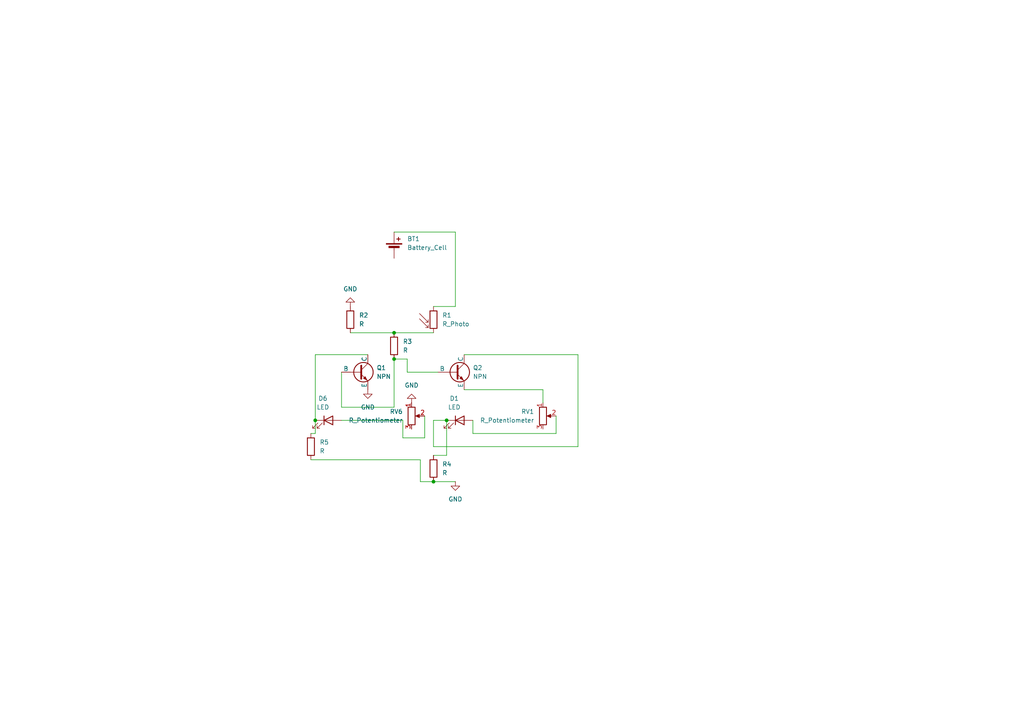
<source format=kicad_sch>
(kicad_sch (version 20250114) (generator "eeschema") (generator_version "9.0")
  (paper "A4")
  (lib_symbols
    (symbol "Device:Battery_Cell" (pin_numbers (hide yes)) (pin_names (offset 0) (hide yes))
      (property "Reference" "BT" (at 2.54 2.54 0))
      (property "Value" "Battery_Cell" (at 2.54 0 0))
      (symbol "Battery_Cell_0_1"
        (rectangle (start -2.286 1.778) (end 2.286 1.524) (fill (type outline)))
        (rectangle (start -1.524 1.016) (end 1.524 0.508) (fill (type outline)))
        (polyline (pts (xy 0 1.778) (xy 0 2.54)))
        (polyline (pts (xy 0 0.762) (xy 0 0)))
        (polyline (pts (xy 0.762 3.048) (xy 1.778 3.048)) (stroke (width 0.254)))
        (polyline (pts (xy 1.27 3.556) (xy 1.27 2.54)) (stroke (width 0.254)))
      )
      (symbol "Battery_Cell_1_1"
        (pin passive line (at 0 5.08 270) (length 2.54) (name "+") (number "1"))
        (pin passive line (at 0 -2.54 90) (length 2.54) (name "-") (number "2"))
      )
    )
    (symbol "Device:LED" (pin_numbers (hide yes)) (pin_names (offset 1.016) (hide yes))
      (property "Reference" "D" (at 0 2.54 0))
      (property "Value" "LED" (at 0 -2.54 0))
      (symbol "LED_0_1"
        (polyline (pts (xy -3.048 -0.762) (xy -4.572 -2.286) (xy -3.81 -2.286) (xy -4.572 -2.286) (xy -4.572 -1.524)))
        (polyline (pts (xy -1.778 -0.762) (xy -3.302 -2.286) (xy -2.54 -2.286) (xy -3.302 -2.286) (xy -3.302 -1.524)))
        (polyline (pts (xy -1.27 0) (xy 1.27 0)))
        (polyline (pts (xy -1.27 -1.27) (xy -1.27 1.27)) (stroke (width 0.254)))
        (polyline (pts (xy 1.27 -1.27) (xy 1.27 1.27) (xy -1.27 0) (xy 1.27 -1.27)) (stroke (width 0.254)))
      )
      (symbol "LED_1_1"
        (pin passive line (at -3.81 0 0) (length 2.54) (name "K") (number "1"))
        (pin passive line (at 3.81 0 180) (length 2.54) (name "A") (number "2"))
      )
    )
    (symbol "Device:R" (pin_numbers (hide yes)) (pin_names (offset 0))
      (property "Reference" "R" (at 2.032 0 90))
      (property "Value" "R" (at 0 0 90))
      (symbol "R_0_1"
        (rectangle (start -1.016 -2.54) (end 1.016 2.54) (stroke (width 0.254)))
      )
      (symbol "R_1_1"
        (pin passive line (at 0 3.81 270) (length 1.27) (name "~") (number "1"))
        (pin passive line (at 0 -3.81 90) (length 1.27) (name "~") (number "2"))
      )
    )
    (symbol "Device:R_Photo" (pin_numbers (hide yes)) (pin_names (offset 0))
      (property "Reference" "R" (at 1.27 1.27 0))
      (property "Value" "R_Photo" (at 1.27 0 0))
      (symbol "R_Photo_0_1"
        (polyline (pts (xy -1.524 -0.762) (xy -4.064 1.778)))
        (polyline (pts (xy -1.524 -0.762) (xy -2.286 -0.762)))
        (polyline (pts (xy -1.524 -0.762) (xy -1.524 0)))
        (polyline (pts (xy -1.524 -2.286) (xy -4.064 0.254)))
        (polyline (pts (xy -1.524 -2.286) (xy -2.286 -2.286)))
        (polyline (pts (xy -1.524 -2.286) (xy -1.524 -1.524)))
        (rectangle (start -1.016 2.54) (end 1.016 -2.54) (stroke (width 0.254)))
      )
      (symbol "R_Photo_1_1"
        (pin passive line (at 0 3.81 270) (length 1.27) (name "~") (number "1"))
        (pin passive line (at 0 -3.81 90) (length 1.27) (name "~") (number "2"))
      )
    )
    (symbol "Device:R_Potentiometer" (pin_names (offset 1.016) (hide yes))
      (property "Reference" "RV" (at -4.445 0 90))
      (property "Value" "R_Potentiometer" (at -2.54 0 90))
      (symbol "R_Potentiometer_0_1"
        (rectangle (start 1.016 2.54) (end -1.016 -2.54) (stroke (width 0.254)))
        (polyline (pts (xy 1.143 0) (xy 2.286 0.508) (xy 2.286 -0.508) (xy 1.143 0)) (fill (type outline)))
        (polyline (pts (xy 2.54 0) (xy 1.524 0)))
      )
      (symbol "R_Potentiometer_1_1"
        (pin passive line (at 0 3.81 270) (length 1.27) (name "1") (number "1"))
        (pin passive line (at 0 -3.81 90) (length 1.27) (name "3") (number "3"))
        (pin passive line (at 3.81 0 180) (length 1.27) (name "2") (number "2"))
      )
    )
    (symbol "Simulation_SPICE:NPN" (pin_numbers (hide yes)) (pin_names (offset 0))
      (property "Reference" "Q" (at -2.54 7.62 0))
      (property "Value" "NPN" (at -2.54 5.08 0))
      (symbol "NPN_0_1"
        (polyline (pts (xy -2.54 0) (xy 0.635 0)) (stroke (width 0.1524)))
        (polyline (pts (xy 0.635 1.905) (xy 0.635 -1.905) (xy 0.635 -1.905)) (stroke (width 0.508)))
        (polyline (pts (xy 0.635 0.635) (xy 2.54 2.54)))
        (polyline (pts (xy 0.635 -0.635) (xy 2.54 -2.54) (xy 2.54 -2.54)))
        (circle (center 1.27 0) (radius 2.8194) (stroke (width 0.254)))
        (polyline (pts (xy 1.27 -1.778) (xy 1.778 -1.27) (xy 2.286 -2.286) (xy 1.27 -1.778) (xy 1.27 -1.778)) (fill (type outline)))
        (polyline (pts (xy 2.794 -1.27) (xy 2.794 -1.27)) (stroke (width 0.1524)))
        (polyline (pts (xy 2.794 -1.27) (xy 2.794 -1.27)) (stroke (width 0.1524)))
      )
      (symbol "NPN_1_1"
        (pin input line (at -5.08 0 0) (length 2.54) (name "B") (number "2"))
        (pin open_collector line (at 2.54 5.08 270) (length 2.54) (name "C") (number "1"))
        (pin open_emitter line (at 2.54 -5.08 90) (length 2.54) (name "E") (number "3"))
      )
    )
    (symbol "power:GND" (power) (pin_numbers (hide yes)) (pin_names (offset 0) (hide yes))
      (property "Value" "GND" (at 0 -3.81 0))
      (symbol "GND_0_1"
        (polyline (pts (xy 0 0) (xy 0 -1.27) (xy 1.27 -1.27) (xy 0 -2.54) (xy -1.27 -1.27) (xy 0 -1.27)))
      )
      (symbol "GND_1_1"
        (pin power_in line (at 0 0 270) (length 0) (name "~") (number "1"))
      )
    )
  )
  (junction (at 91.44 121.92))
  (junction (at 114.3 104.14))
  (junction (at 129.54 121.92))
  (junction (at 114.3 96.52))
  (junction (at 125.73 139.7))
  (wire (pts (xy 134.62 113.03) (xy 157.48 113.03)))
  (wire (pts (xy 167.64 102.87) (xy 134.62 102.87)))
  (wire (pts (xy 121.92 139.7) (xy 125.73 139.7)))
  (wire (pts (xy 125.73 129.54) (xy 167.64 129.54)))
  (wire (pts (xy 99.06 121.92) (xy 116.84 121.92)))
  (wire (pts (xy 91.44 121.92) (xy 91.44 102.87)))
  (wire (pts (xy 91.44 121.92) (xy 91.44 125.73)))
  (wire (pts (xy 161.29 125.73) (xy 137.16 125.73)))
  (wire (pts (xy 127 107.95) (xy 118.11 107.95)))
  (wire (pts (xy 114.3 104.14) (xy 114.3 118.11)))
  (wire (pts (xy 125.73 139.7) (xy 132.08 139.7)))
  (wire (pts (xy 118.11 104.14) (xy 114.3 104.14)))
  (wire (pts (xy 129.54 121.92) (xy 125.73 121.92)))
  (wire (pts (xy 161.29 120.65) (xy 161.29 125.73)))
  (wire (pts (xy 101.6 96.52) (xy 114.3 96.52)))
  (wire (pts (xy 129.54 132.08) (xy 125.73 132.08)))
  (wire (pts (xy 167.64 129.54) (xy 167.64 102.87)))
  (wire (pts (xy 137.16 125.73) (xy 137.16 121.92)))
  (wire (pts (xy 129.54 121.92) (xy 129.54 132.08)))
  (wire (pts (xy 132.08 67.31) (xy 132.08 88.9)))
  (wire (pts (xy 91.44 102.87) (xy 106.68 102.87)))
  (wire (pts (xy 125.73 121.92) (xy 125.73 129.54)))
  (wire (pts (xy 123.19 127) (xy 123.19 120.65)))
  (wire (pts (xy 114.3 118.11) (xy 99.06 118.11)))
  (wire (pts (xy 99.06 118.11) (xy 99.06 107.95)))
  (wire (pts (xy 116.84 121.92) (xy 116.84 127)))
  (wire (pts (xy 114.3 67.31) (xy 132.08 67.31)))
  (wire (pts (xy 157.48 113.03) (xy 157.48 116.84)))
  (wire (pts (xy 114.3 96.52) (xy 125.73 96.52)))
  (wire (pts (xy 121.92 133.35) (xy 121.92 139.7)))
  (wire (pts (xy 116.84 127) (xy 123.19 127)))
  (wire (pts (xy 91.44 125.73) (xy 90.17 125.73)))
  (wire (pts (xy 90.17 133.35) (xy 121.92 133.35)))
  (wire (pts (xy 118.11 107.95) (xy 118.11 104.14)))
  (wire (pts (xy 132.08 88.9) (xy 125.73 88.9)))
  (symbol (lib_id "Device:LED") (at 133.35 121.92 0) (unit 1)
    (property "Reference" "D1" (at 131.7625 115.57 0))
    (property "Value" "LED" (at 131.7625 118.11 0))
    (property "Footprint" "LED_THT:LED_D5.0mm" (effects (hide yes)))
    (property "Description" "Light emitting diode" (effects (hide yes)))
    (property "Sim.Pins" "1=K 2=A" (effects (hide yes)))
  )
  (symbol (lib_id "Simulation_SPICE:NPN") (at 132.08 107.95 0) (unit 1)
    (property "Reference" "Q2" (at 137.16 106.6799 0) (effects (justify left)))
    (property "Value" "NPN" (at 137.16 109.2199 0) (effects (justify left)))
    (property "Footprint" "Package_TO_SOT_THT:TO-92L_HandSolder" (effects (hide yes)))
    (property "Datasheet" "https://ngspice.sourceforge.io/docs/ngspice-html-manual/manual.xhtml#cha_BJTs" (effects (hide yes)))
    (property "Description" "Bipolar transistor symbol for simulation only, substrate tied to the emitter" (effects (hide yes)))
    (property "Sim.Device" "NPN" (effects (hide yes)))
    (property "Sim.Type" "GUMMELPOON" (effects (hide yes)))
    (property "Sim.Pins" "1=C 2=B 3=E" (effects (hide yes)))
  )
  (symbol (lib_id "power:GND") (at 101.6 88.9 180) (unit 1)
    (property "Reference" "#PWR02" (effects (hide yes)))
    (property "Value" "GND" (at 101.6 83.82 0))
    (property "Description" "Power symbol creates a global label with name \"GND\" , ground" (effects (hide yes)))
  )
  (symbol (lib_id "Device:R_Potentiometer") (at 119.38 120.65 0) (unit 1)
    (property "Reference" "RV6" (at 116.84 119.3799 0) (effects (justify right)))
    (property "Value" "R_Potentiometer" (at 116.84 121.9199 0) (effects (justify right)))
    (property "Footprint" "Potentiometer_THT:Potentiometer_Vishay_T73YP_Vertical" (effects (hide yes)))
    (property "Description" "Potentiometer" (effects (hide yes)))
  )
  (symbol (lib_id "Device:R") (at 125.73 135.89 0) (unit 1)
    (property "Reference" "R4" (at 128.27 134.6199 0) (effects (justify left)))
    (property "Value" "R" (at 128.27 137.1599 0) (effects (justify left)))
    (property "Footprint" "Resistor_THT:R_Axial_DIN0207_L6.3mm_D2.5mm_P7.62mm_Horizontal" (effects (hide yes)))
    (property "Description" "Resistor" (effects (hide yes)))
  )
  (symbol (lib_id "Device:LED") (at 95.25 121.92 0) (unit 1)
    (property "Reference" "D6" (at 93.6625 115.57 0))
    (property "Value" "LED" (at 93.6625 118.11 0))
    (property "Footprint" "LED_THT:LED_D5.0mm" (effects (hide yes)))
    (property "Description" "Light emitting diode" (effects (hide yes)))
    (property "Sim.Pins" "1=K 2=A" (effects (hide yes)))
  )
  (symbol (lib_id "Device:R_Potentiometer") (at 157.48 120.65 0) (unit 1)
    (property "Reference" "RV1" (at 154.94 119.3799 0) (effects (justify right)))
    (property "Value" "R_Potentiometer" (at 154.94 121.9199 0) (effects (justify right)))
    (property "Footprint" "Potentiometer_THT:Potentiometer_Vishay_T73YP_Vertical" (effects (hide yes)))
    (property "Description" "Potentiometer" (effects (hide yes)))
  )
  (symbol (lib_id "power:GND") (at 119.38 116.84 180) (unit 1)
    (property "Reference" "#PWR03" (effects (hide yes)))
    (property "Value" "GND" (at 119.38 111.76 0))
    (property "Description" "Power symbol creates a global label with name \"GND\" , ground" (effects (hide yes)))
  )
  (symbol (lib_id "Device:R") (at 114.3 100.33 0) (unit 1)
    (property "Reference" "R3" (at 116.84 99.0599 0) (effects (justify left)))
    (property "Value" "R" (at 116.84 101.5999 0) (effects (justify left)))
    (property "Footprint" "Resistor_THT:R_Axial_DIN0207_L6.3mm_D2.5mm_P7.62mm_Horizontal" (effects (hide yes)))
    (property "Description" "Resistor" (effects (hide yes)))
  )
  (symbol (lib_id "Device:R") (at 90.17 129.54 0) (unit 1)
    (property "Reference" "R5" (at 92.71 128.2699 0) (effects (justify left)))
    (property "Value" "R" (at 92.71 130.8099 0) (effects (justify left)))
    (property "Footprint" "Resistor_THT:R_Axial_DIN0207_L6.3mm_D2.5mm_P7.62mm_Horizontal" (effects (hide yes)))
    (property "Description" "Resistor" (effects (hide yes)))
  )
  (symbol (lib_id "Device:R") (at 101.6 92.71 0) (unit 1)
    (property "Reference" "R2" (at 104.14 91.4399 0) (effects (justify left)))
    (property "Value" "R" (at 104.14 93.9799 0) (effects (justify left)))
    (property "Footprint" "Resistor_THT:R_Axial_DIN0207_L6.3mm_D2.5mm_P7.62mm_Horizontal" (effects (hide yes)))
    (property "Description" "Resistor" (effects (hide yes)))
  )
  (symbol (lib_id "Simulation_SPICE:NPN") (at 104.14 107.95 0) (unit 1)
    (property "Reference" "Q1" (at 109.22 106.6799 0) (effects (justify left)))
    (property "Value" "NPN" (at 109.22 109.2199 0) (effects (justify left)))
    (property "Footprint" "Package_TO_SOT_THT:TO-92L_HandSolder" (effects (hide yes)))
    (property "Datasheet" "https://ngspice.sourceforge.io/docs/ngspice-html-manual/manual.xhtml#cha_BJTs" (effects (hide yes)))
    (property "Description" "Bipolar transistor symbol for simulation only, substrate tied to the emitter" (effects (hide yes)))
    (property "Sim.Device" "NPN" (effects (hide yes)))
    (property "Sim.Type" "GUMMELPOON" (effects (hide yes)))
    (property "Sim.Pins" "1=C 2=B 3=E" (effects (hide yes)))
  )
  (symbol (lib_id "Device:R_Photo") (at 125.73 92.71 0) (unit 1)
    (property "Reference" "R1" (at 128.27 91.4399 0) (effects (justify left)))
    (property "Value" "R_Photo" (at 128.27 93.9799 0) (effects (justify left)))
    (property "Footprint" "OptoDevice:R_LDR_5.1x4.3mm_P3.4mm_Vertical" (effects (hide yes)))
    (property "Description" "Photoresistor" (effects (hide yes)))
  )
  (symbol (lib_id "Device:Battery_Cell") (at 114.3 72.39 0) (unit 1)
    (property "Reference" "BT1" (at 118.11 69.2784 0) (effects (justify left)))
    (property "Value" "Battery_Cell" (at 118.11 71.8184 0) (effects (justify left)))
    (property "Footprint" "Battery:BatteryHolder_Keystone_3034_1x20mm" (effects (hide yes)))
    (property "Description" "Single-cell battery" (effects (hide yes)))
  )
  (symbol (lib_id "power:GND") (at 106.68 113.03 0) (unit 1)
    (property "Reference" "#PWR01" (effects (hide yes)))
    (property "Value" "GND" (at 106.68 118.11 0))
    (property "Description" "Power symbol creates a global label with name \"GND\" , ground" (effects (hide yes)))
  )
  (symbol (lib_id "power:GND") (at 132.08 139.7 0) (unit 1)
    (property "Reference" "#PWR04" (effects (hide yes)))
    (property "Value" "GND" (at 132.08 144.78 0))
    (property "Description" "Power symbol creates a global label with name \"GND\" , ground" (effects (hide yes)))
  )
)
</source>
